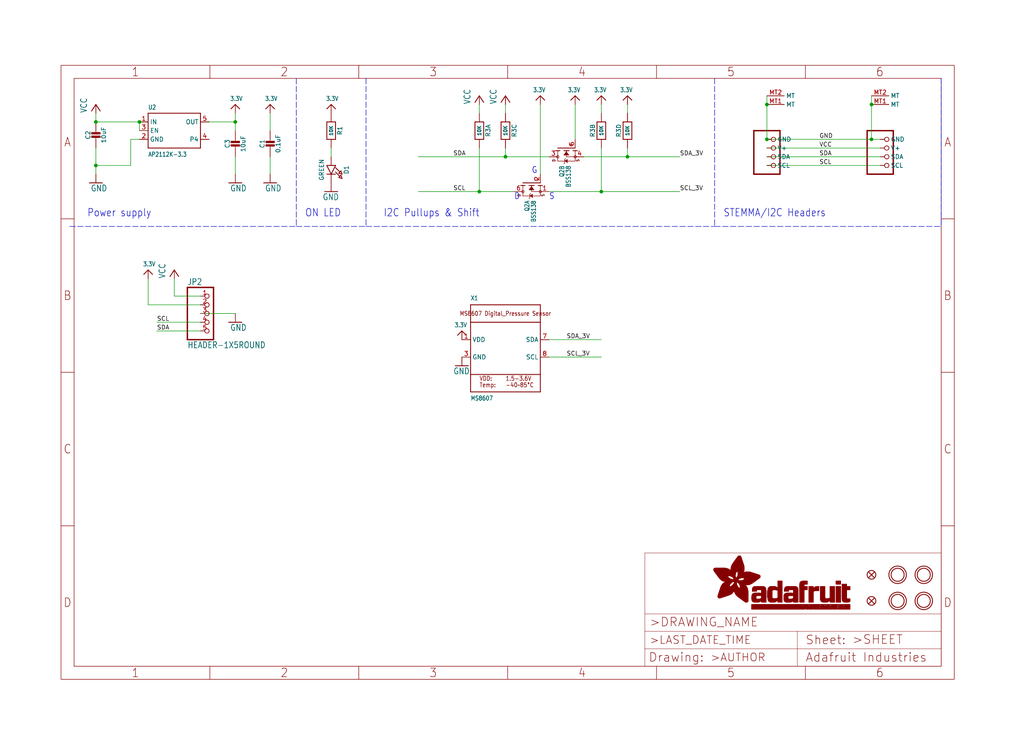
<source format=kicad_sch>
(kicad_sch (version 20211123) (generator eeschema)
  (paper "User" 298.45 217.881)
  (lib_symbols
    (symbol "Adafruit MS8607-eagle-import:3.3V" (power)
      (property "Value" "3.3V" (at -1.524 1.016 0))
      (symbol "3.3V_1_0"
        (pin power_in line (at 0 -2.54 90) (length 2.54) (name "3.3V") (number "1"))
      )
    )
    (symbol "Adafruit MS8607-eagle-import:CAP_CERAMIC0603_NO"
      (property "Reference" "C" (at -2.29 1.25 90))
      (property "Value" "CAP_CERAMIC0603_NO" (at 2.3 1.25 90))
      (symbol "CAP_CERAMIC0603_NO_1_0"
        (pin passive line (at 0 5.08 270) (length 2.54) (name "1") (number "1"))
        (pin passive line (at 0 -2.54 90) (length 2.54) (name "2") (number "2"))
      )
    )
    (symbol "Adafruit MS8607-eagle-import:CAP_CERAMIC0805-NOOUTLINE"
      (property "Reference" "C" (at -2.29 1.25 90))
      (property "Value" "CAP_CERAMIC0805-NOOUTLINE" (at 2.3 1.25 90))
      (symbol "CAP_CERAMIC0805-NOOUTLINE_1_0"
        (pin passive line (at 0 5.08 270) (length 2.54) (name "1") (number "1"))
        (pin passive line (at 0 -2.54 90) (length 2.54) (name "2") (number "2"))
      )
    )
    (symbol "Adafruit MS8607-eagle-import:FIDUCIAL_1MM")
    (symbol "Adafruit MS8607-eagle-import:FRAME_A4_ADAFRUIT"
      (symbol "FRAME_A4_ADAFRUIT_1_0"
        (text "1" (at 21.6958 1.905 0) (effects (font (size 2.54 2.286))))
        (text "1" (at 21.6958 177.165 0) (effects (font (size 2.54 2.286))))
        (text "2" (at 65.0875 1.905 0) (effects (font (size 2.54 2.286))))
        (text "2" (at 65.0875 177.165 0) (effects (font (size 2.54 2.286))))
        (text "3" (at 108.4792 1.905 0) (effects (font (size 2.54 2.286))))
        (text "3" (at 108.4792 177.165 0) (effects (font (size 2.54 2.286))))
        (text "4" (at 151.8708 1.905 0) (effects (font (size 2.54 2.286))))
        (text "4" (at 151.8708 177.165 0) (effects (font (size 2.54 2.286))))
        (text "5" (at 195.2625 1.905 0) (effects (font (size 2.54 2.286))))
        (text "5" (at 195.2625 177.165 0) (effects (font (size 2.54 2.286))))
        (text "6" (at 238.6542 1.905 0) (effects (font (size 2.54 2.286))))
        (text "6" (at 238.6542 177.165 0) (effects (font (size 2.54 2.286))))
        (text ">AUTHOR" (at 189.23 5.08 0) (effects (font (size 2.286 2.286)) (justify left bottom)))
        (text ">DRAWING_NAME" (at 171.45 15.24 0) (effects (font (size 2.54 2.54)) (justify left bottom)))
        (text ">LAST_DATE_TIME" (at 171.45 10.16 0) (effects (font (size 2.286 2.286)) (justify left bottom)))
        (text ">SHEET" (at 230.505 10.16 0) (effects (font (size 2.54 2.54)) (justify left bottom)))
        (text "A" (at 1.905 156.6863 0) (effects (font (size 2.54 2.286))))
        (text "A" (at 258.445 156.6863 0) (effects (font (size 2.54 2.286))))
        (text "Adafruit Industries" (at 216.916 4.953 0) (effects (font (size 2.54 2.54)) (justify left bottom)))
        (text "B" (at 1.905 111.9188 0) (effects (font (size 2.54 2.286))))
        (text "B" (at 258.445 111.9188 0) (effects (font (size 2.54 2.286))))
        (text "C" (at 1.905 67.1513 0) (effects (font (size 2.54 2.286))))
        (text "C" (at 258.445 67.1513 0) (effects (font (size 2.54 2.286))))
        (text "D" (at 1.905 22.3838 0) (effects (font (size 2.54 2.286))))
        (text "D" (at 258.445 22.3838 0) (effects (font (size 2.54 2.286))))
        (text "Drawing:" (at 171.196 4.953 0) (effects (font (size 2.54 2.54)) (justify left bottom)))
        (text "Sheet:" (at 216.916 10.033 0) (effects (font (size 2.54 2.54)) (justify left bottom)))
      )
    )
    (symbol "Adafruit MS8607-eagle-import:GND" (power)
      (property "Value" "GND" (at -2.54 -2.54 0))
      (symbol "GND_1_0"
        (pin power_in line (at 0 2.54 270) (length 2.54) (name "GND") (number "1"))
      )
    )
    (symbol "Adafruit MS8607-eagle-import:HEADER-1X5ROUND"
      (property "Reference" "JP" (at -6.35 8.255 0))
      (property "Value" "HEADER-1X5ROUND" (at -6.35 -10.16 0))
      (symbol "HEADER-1X5ROUND_1_0"
        (pin passive inverted (at -2.54 5.08 0) (length 2.54) (name "1") (number "1"))
        (pin passive inverted (at -2.54 2.54 0) (length 2.54) (name "2") (number "2"))
        (pin passive inverted (at -2.54 0 0) (length 2.54) (name "3") (number "3"))
        (pin passive inverted (at -2.54 -2.54 0) (length 2.54) (name "4") (number "4"))
        (pin passive inverted (at -2.54 -5.08 0) (length 2.54) (name "5") (number "5"))
      )
    )
    (symbol "Adafruit MS8607-eagle-import:LED0603_NOOUTLINE"
      (property "Reference" "D" (at -1.27 4.445 0))
      (property "Value" "LED0603_NOOUTLINE" (at -1.27 -2.794 0))
      (symbol "LED0603_NOOUTLINE_1_0"
        (pin passive line (at -5.08 0 0) (length 2.54) (name "A") (number "A"))
        (pin passive line (at 2.54 0 180) (length 2.54) (name "C") (number "C"))
      )
    )
    (symbol "Adafruit MS8607-eagle-import:MOSFET-N_DUAL"
      (property "Reference" "Q" (at 5.08 0.635 0))
      (property "Value" "MOSFET-N_DUAL" (at 5.08 -1.27 0))
      (symbol "MOSFET-N_DUAL_1_0"
        (text "D" (at 3.175 3.175 0) (effects (font (size 0.8128 0.6908)) (justify left bottom)))
        (text "G" (at -1.27 -1.905 0) (effects (font (size 0.8128 0.6908)) (justify left bottom)))
        (text "S" (at 3.175 -3.81 0) (effects (font (size 0.8128 0.6908)) (justify left bottom)))
        (pin bidirectional line (at 2.54 -5.08 90) (length 2.54) (name "S") (number "1"))
        (pin bidirectional line (at -2.54 -2.54 0) (length 2.54) (name "G") (number "2"))
        (pin bidirectional line (at 2.54 5.08 270) (length 2.54) (name "D") (number "6"))
      )
      (symbol "MOSFET-N_DUAL_2_0"
        (text "D" (at 3.175 3.175 0) (effects (font (size 0.8128 0.6908)) (justify left bottom)))
        (text "G" (at -1.27 -1.905 0) (effects (font (size 0.8128 0.6908)) (justify left bottom)))
        (text "S" (at 3.175 -3.81 0) (effects (font (size 0.8128 0.6908)) (justify left bottom)))
        (pin bidirectional line (at 2.54 5.08 270) (length 2.54) (name "D") (number "3"))
        (pin bidirectional line (at 2.54 -5.08 90) (length 2.54) (name "S") (number "4"))
        (pin bidirectional line (at -2.54 -2.54 0) (length 2.54) (name "G") (number "5"))
      )
    )
    (symbol "Adafruit MS8607-eagle-import:MOUNTINGHOLE2.5")
    (symbol "Adafruit MS8607-eagle-import:MS8607"
      (property "Reference" "X" (at -10.16 13.97 0))
      (property "Value" "MS8607" (at -10.16 -15.24 0))
      (symbol "MS8607_1_0"
        (text "-40~85°C" (at 0 -11.43 0) (effects (font (size 1.27 1.0795)) (justify left bottom)))
        (text "1.5-3.6V" (at 0 -9.525 0) (effects (font (size 1.27 1.0795)) (justify left bottom)))
        (text "MS8607 Digital_Pressure Sensor" (at 0 10.16 0) (effects (font (size 1.27 1.0795))))
        (text "Temp:" (at -7.62 -11.43 0) (effects (font (size 1.27 1.0795)) (justify left bottom)))
        (text "VDD:" (at -7.62 -9.525 0) (effects (font (size 1.27 1.0795)) (justify left bottom)))
        (pin power_in line (at -12.7 2.54 0) (length 2.54) (name "VDD") (number "1"))
        (pin power_in line (at -12.7 -2.54 0) (length 2.54) (name "GND") (number "3"))
        (pin bidirectional line (at 12.7 2.54 180) (length 2.54) (name "SDA") (number "7"))
        (pin bidirectional line (at 12.7 -2.54 180) (length 2.54) (name "SCL") (number "8"))
      )
    )
    (symbol "Adafruit MS8607-eagle-import:RESISTOR_0603_NOOUT"
      (property "Reference" "R" (at 0 2.54 0))
      (property "Value" "RESISTOR_0603_NOOUT" (at 0 0 0))
      (symbol "RESISTOR_0603_NOOUT_1_0"
        (pin passive line (at -5.08 0 0) (length 2.54) (name "1") (number "1"))
        (pin passive line (at 5.08 0 180) (length 2.54) (name "2") (number "2"))
      )
    )
    (symbol "Adafruit MS8607-eagle-import:RESISTOR_4PACK"
      (property "Reference" "R" (at 0 2.54 0))
      (property "Value" "RESISTOR_4PACK" (at 0 0 0))
      (symbol "RESISTOR_4PACK_1_0"
        (pin passive line (at -5.08 0 0) (length 2.54) (name "1") (number "1"))
        (pin passive line (at 5.08 0 180) (length 2.54) (name "2") (number "8"))
      )
      (symbol "RESISTOR_4PACK_2_0"
        (pin passive line (at -5.08 0 0) (length 2.54) (name "1") (number "2"))
        (pin passive line (at 5.08 0 180) (length 2.54) (name "2") (number "7"))
      )
      (symbol "RESISTOR_4PACK_3_0"
        (pin passive line (at -5.08 0 0) (length 2.54) (name "1") (number "3"))
        (pin passive line (at 5.08 0 180) (length 2.54) (name "2") (number "6"))
      )
      (symbol "RESISTOR_4PACK_4_0"
        (pin passive line (at -5.08 0 0) (length 2.54) (name "1") (number "4"))
        (pin passive line (at 5.08 0 180) (length 2.54) (name "2") (number "5"))
      )
    )
    (symbol "Adafruit MS8607-eagle-import:STEMMA_I2C_QT"
      (symbol "STEMMA_I2C_QT_1_0"
        (pin passive inverted (at 0 5.08 0) (length 2.54) (name "GND") (number "1"))
        (pin passive inverted (at 0 2.54 0) (length 2.54) (name "V+") (number "2"))
        (pin passive inverted (at 0 0 0) (length 2.54) (name "SDA") (number "3"))
        (pin passive inverted (at 0 -2.54 0) (length 2.54) (name "SCL") (number "4"))
      )
      (symbol "STEMMA_I2C_QT_2_0"
        (pin bidirectional line (at 0 0 0) (length 5.08) (name "MT") (number "MT1"))
      )
      (symbol "STEMMA_I2C_QT_3_0"
        (pin bidirectional line (at 0 0 0) (length 5.08) (name "MT") (number "MT2"))
      )
    )
    (symbol "Adafruit MS8607-eagle-import:VCC" (power)
      (property "Value" "VCC" (at -2.54 -2.54 90))
      (symbol "VCC_1_0"
        (pin power_in line (at 0 -2.54 90) (length 2.54) (name "VCC") (number "1"))
      )
    )
    (symbol "Adafruit MS8607-eagle-import:VREG_SOT23-5"
      (property "Reference" "U" (at -7.62 6.096 0))
      (property "Value" "VREG_SOT23-5" (at -7.62 -7.62 0))
      (symbol "VREG_SOT23-5_1_0"
        (pin power_in line (at -10.16 2.54 0) (length 2.54) (name "IN") (number "1"))
        (pin power_in line (at -10.16 -2.54 0) (length 2.54) (name "GND") (number "2"))
        (pin input line (at -10.16 0 0) (length 2.54) (name "EN") (number "3"))
        (pin bidirectional line (at 10.16 -2.54 180) (length 2.54) (name "P4") (number "4"))
        (pin power_in line (at 10.16 2.54 180) (length 2.54) (name "OUT") (number "5"))
      )
    )
  )
  (junction (at 182.88 45.72))
  (junction (at 27.94 48.26))
  (junction (at 223.52 30.48))
  (junction (at 68.58 35.56))
  (junction (at 139.7 55.88))
  (junction (at 147.32 45.72))
  (junction (at 27.94 35.56))
  (junction (at 175.26 55.88))
  (junction (at 40.64 35.56))
  (junction (at 254 30.48))
  (junction (at 223.52 40.64))
  (junction (at 254 40.64))
  (wire (pts (xy 58.42 96.52) (xy 45.72 96.52)))
  (wire (pts (xy 27.94 33.02) (xy 27.94 35.56)))
  (polyline (pts (xy 208.28 66.04) (xy 274.32 66.04)))
  (polyline (pts (xy 20.32 66.04) (xy 86.36 66.04)))
  (wire (pts (xy 147.32 33.02) (xy 147.32 30.48)))
  (wire (pts (xy 43.18 88.9) (xy 43.18 81.28)))
  (polyline (pts (xy 86.36 22.86) (xy 86.36 66.04)))
  (wire (pts (xy 175.26 33.02) (xy 175.26 30.48)))
  (wire (pts (xy 40.64 38.1) (xy 40.64 35.56)))
  (wire (pts (xy 40.64 40.64) (xy 38.1 40.64)))
  (wire (pts (xy 68.58 35.56) (xy 68.58 38.1)))
  (wire (pts (xy 160.02 55.88) (xy 175.26 55.88)))
  (wire (pts (xy 175.26 55.88) (xy 198.12 55.88)))
  (wire (pts (xy 149.86 55.88) (xy 139.7 55.88)))
  (wire (pts (xy 68.58 45.72) (xy 68.58 50.8)))
  (wire (pts (xy 78.74 33.02) (xy 78.74 38.1)))
  (polyline (pts (xy 86.36 66.04) (xy 106.68 66.04)))
  (wire (pts (xy 254 40.64) (xy 223.52 40.64)))
  (wire (pts (xy 223.52 48.26) (xy 256.54 48.26)))
  (wire (pts (xy 157.48 50.8) (xy 157.48 30.48)))
  (wire (pts (xy 147.32 43.18) (xy 147.32 45.72)))
  (wire (pts (xy 96.52 45.72) (xy 96.52 43.18)))
  (wire (pts (xy 223.52 43.18) (xy 256.54 43.18)))
  (polyline (pts (xy 106.68 22.86) (xy 106.68 66.04)))
  (wire (pts (xy 182.88 33.02) (xy 182.88 30.48)))
  (wire (pts (xy 182.88 45.72) (xy 198.12 45.72)))
  (wire (pts (xy 256.54 45.72) (xy 223.52 45.72)))
  (wire (pts (xy 160.02 45.72) (xy 147.32 45.72)))
  (wire (pts (xy 223.52 30.48) (xy 223.52 40.64)))
  (wire (pts (xy 147.32 45.72) (xy 121.92 45.72)))
  (wire (pts (xy 139.7 55.88) (xy 121.92 55.88)))
  (polyline (pts (xy 274.32 22.86) (xy 274.32 66.04)))
  (wire (pts (xy 139.7 43.18) (xy 139.7 55.88)))
  (wire (pts (xy 58.42 88.9) (xy 43.18 88.9)))
  (wire (pts (xy 170.18 45.72) (xy 182.88 45.72)))
  (wire (pts (xy 182.88 43.18) (xy 182.88 45.72)))
  (wire (pts (xy 254 30.48) (xy 254 40.64)))
  (wire (pts (xy 256.54 40.64) (xy 254 40.64)))
  (polyline (pts (xy 208.28 22.86) (xy 208.28 66.04)))
  (wire (pts (xy 254 27.94) (xy 254 30.48)))
  (polyline (pts (xy 106.68 66.04) (xy 208.28 66.04)))
  (wire (pts (xy 27.94 48.26) (xy 27.94 43.18)))
  (wire (pts (xy 78.74 45.72) (xy 78.74 50.8)))
  (wire (pts (xy 50.8 86.36) (xy 50.8 81.28)))
  (wire (pts (xy 58.42 86.36) (xy 50.8 86.36)))
  (wire (pts (xy 60.96 35.56) (xy 68.58 35.56)))
  (wire (pts (xy 175.26 43.18) (xy 175.26 55.88)))
  (wire (pts (xy 167.64 40.64) (xy 167.64 30.48)))
  (wire (pts (xy 58.42 93.98) (xy 45.72 93.98)))
  (wire (pts (xy 38.1 48.26) (xy 27.94 48.26)))
  (wire (pts (xy 58.42 91.44) (xy 68.58 91.44)))
  (wire (pts (xy 160.02 104.14) (xy 175.26 104.14)))
  (wire (pts (xy 223.52 27.94) (xy 223.52 30.48)))
  (wire (pts (xy 68.58 35.56) (xy 68.58 33.02)))
  (wire (pts (xy 38.1 40.64) (xy 38.1 48.26)))
  (wire (pts (xy 160.02 99.06) (xy 175.26 99.06)))
  (wire (pts (xy 27.94 48.26) (xy 27.94 50.8)))
  (wire (pts (xy 139.7 30.48) (xy 139.7 33.02)))
  (wire (pts (xy 40.64 35.56) (xy 27.94 35.56)))
  (text "Power supply" (at 25.4 63.5 180) (effects (font (size 2.1844 1.8567)) (justify left bottom)))
  (text "D" (at 149.86 58.42 180) (effects (font (size 1.778 1.5113)) (justify left bottom)))
  (text "STEMMA/I2C Headers" (at 210.82 63.5 180) (effects (font (size 2.1844 1.8567)) (justify left bottom)))
  (text "ON LED" (at 88.9 63.5 180) (effects (font (size 2.1844 1.8567)) (justify left bottom)))
  (text "I2C Pullups & Shift" (at 111.76 63.5 180) (effects (font (size 2.1844 1.8567)) (justify left bottom)))
  (text "G" (at 154.94 50.8 180) (effects (font (size 1.778 1.5113)) (justify left bottom)))
  (text "S" (at 160.02 58.42 180) (effects (font (size 1.778 1.5113)) (justify left bottom)))
  (label "SDA" (at 132.08 45.72 0) (effects (font (size 1.2446 1.2446))))
  (label "VCC" (at 238.76 43.18 0) (effects (font (size 1.2446 1.2446))))
  (label "SDA_3V" (at 198.12 45.72 0) (effects (font (size 1.2446 1.2446))))
  (label "GND" (at 238.76 40.64 0) (effects (font (size 1.2446 1.2446))))
  (label "SCL_3V" (at 198.12 55.88 0) (effects (font (size 1.2446 1.2446))))
  (label "SDA" (at 45.72 96.52 0) (effects (font (size 1.2446 1.2446))))
  (label "SDA" (at 238.76 45.72 0) (effects (font (size 1.2446 1.2446))))
  (label "SCL" (at 132.08 55.88 0) (effects (font (size 1.2446 1.2446))))
  (label "SCL" (at 45.72 93.98 0) (effects (font (size 1.2446 1.2446))))
  (label "SCL_3V" (at 165.1 104.14 0) (effects (font (size 1.2446 1.2446))))
  (label "SDA_3V" (at 165.1 99.06 0) (effects (font (size 1.2446 1.2446))))
  (label "SCL" (at 238.76 48.26 0) (effects (font (size 1.2446 1.2446))))
  (symbol (lib_id "Adafruit MS8607-eagle-import:MS8607") (at 147.32 101.6 0) (unit 1)
    (property "Reference" "X1" (at 137.16 87.63 0) (effects (font (size 1.27 1.0795)) (justify left bottom)))
    (property "Value" "MS8607" (at 137.16 116.84 0) (effects (font (size 1.27 1.0795)) (justify left bottom)))
    (property "Footprint" "Adafruit MS8607:MS8607" (effects hide))
  )
  (symbol (lib_id "Adafruit MS8607-eagle-import:GND") (at 27.94 53.34 0) (unit 1)
    (property "Reference" "#U$13" (effects hide))
    (property "Value" "GND" (at 26.416 55.88 0) (effects (font (size 1.778 1.5113)) (justify left bottom)))
    (property "Footprint" "Adafruit MS8607:" (effects hide))
  )
  (symbol (lib_id "Adafruit MS8607-eagle-import:3.3V") (at 96.52 30.48 0) (unit 1)
    (property "Reference" "#U$3" (effects hide))
    (property "Value" "3.3V" (at 94.996 29.464 0) (effects (font (size 1.27 1.0795)) (justify left bottom)))
    (property "Footprint" "Adafruit MS8607:" (effects hide))
  )
  (symbol (lib_id "Adafruit MS8607-eagle-import:MOUNTINGHOLE2.5") (at 269.24 167.64 0) (unit 1)
    (property "Reference" "U$19" (effects hide))
    (property "Value" "MOUNTINGHOLE2.5" (effects hide))
    (property "Footprint" "Adafruit MS8607:MOUNTINGHOLE_2.5_PLATED" (effects hide))
  )
  (symbol (lib_id "Adafruit MS8607-eagle-import:GND") (at 68.58 53.34 0) (unit 1)
    (property "Reference" "#U$5" (effects hide))
    (property "Value" "GND" (at 67.056 55.88 0) (effects (font (size 1.778 1.5113)) (justify left bottom)))
    (property "Footprint" "Adafruit MS8607:" (effects hide))
  )
  (symbol (lib_id "Adafruit MS8607-eagle-import:GND") (at 78.74 53.34 0) (unit 1)
    (property "Reference" "#U$6" (effects hide))
    (property "Value" "GND" (at 77.216 55.88 0) (effects (font (size 1.778 1.5113)) (justify left bottom)))
    (property "Footprint" "Adafruit MS8607:" (effects hide))
  )
  (symbol (lib_id "Adafruit MS8607-eagle-import:MOSFET-N_DUAL") (at 154.94 53.34 90) (mirror x) (unit 1)
    (property "Reference" "Q2" (at 154.305 58.42 0) (effects (font (size 1.27 1.0795)) (justify left bottom)))
    (property "Value" "BSS138" (at 156.21 58.42 0) (effects (font (size 1.27 1.0795)) (justify left bottom)))
    (property "Footprint" "Adafruit MS8607:SOT363" (effects hide))
  )
  (symbol (lib_id "Adafruit MS8607-eagle-import:VCC") (at 50.8 78.74 0) (unit 1)
    (property "Reference" "#P+4" (effects hide))
    (property "Value" "VCC" (at 48.26 81.28 90) (effects (font (size 1.778 1.5113)) (justify left bottom)))
    (property "Footprint" "Adafruit MS8607:" (effects hide))
  )
  (symbol (lib_id "Adafruit MS8607-eagle-import:CAP_CERAMIC0603_NO") (at 78.74 43.18 0) (unit 1)
    (property "Reference" "C1" (at 76.45 41.93 90))
    (property "Value" "0.1uF" (at 81.04 41.93 90))
    (property "Footprint" "Adafruit MS8607:0603-NO" (effects hide))
  )
  (symbol (lib_id "Adafruit MS8607-eagle-import:3.3V") (at 78.74 30.48 0) (unit 1)
    (property "Reference" "#U$14" (effects hide))
    (property "Value" "3.3V" (at 77.216 29.464 0) (effects (font (size 1.27 1.0795)) (justify left bottom)))
    (property "Footprint" "Adafruit MS8607:" (effects hide))
  )
  (symbol (lib_id "Adafruit MS8607-eagle-import:3.3V") (at 175.26 27.94 0) (mirror y) (unit 1)
    (property "Reference" "#U$24" (effects hide))
    (property "Value" "3.3V" (at 176.784 26.924 0) (effects (font (size 1.27 1.0795)) (justify left bottom)))
    (property "Footprint" "Adafruit MS8607:" (effects hide))
  )
  (symbol (lib_id "Adafruit MS8607-eagle-import:CAP_CERAMIC0805-NOOUTLINE") (at 68.58 43.18 0) (unit 1)
    (property "Reference" "C3" (at 66.29 41.93 90))
    (property "Value" "10uF" (at 70.88 41.93 90))
    (property "Footprint" "Adafruit MS8607:0805-NO" (effects hide))
  )
  (symbol (lib_id "Adafruit MS8607-eagle-import:STEMMA_I2C_QT") (at 223.52 27.94 0) (unit 3)
    (property "Reference" "CONN3" (effects hide))
    (property "Value" "STEMMA_I2C_QT" (effects hide))
    (property "Footprint" "Adafruit MS8607:JST_SH4" (effects hide))
  )
  (symbol (lib_id "Adafruit MS8607-eagle-import:3.3V") (at 68.58 30.48 0) (unit 1)
    (property "Reference" "#U$15" (effects hide))
    (property "Value" "3.3V" (at 67.056 29.464 0) (effects (font (size 1.27 1.0795)) (justify left bottom)))
    (property "Footprint" "Adafruit MS8607:" (effects hide))
  )
  (symbol (lib_id "Adafruit MS8607-eagle-import:FRAME_A4_ADAFRUIT") (at 17.78 198.12 0) (unit 1)
    (property "Reference" "#U$18" (effects hide))
    (property "Value" "FRAME_A4_ADAFRUIT" (effects hide))
    (property "Footprint" "Adafruit MS8607:" (effects hide))
  )
  (symbol (lib_id "Adafruit MS8607-eagle-import:3.3V") (at 43.18 78.74 0) (unit 1)
    (property "Reference" "#U$16" (effects hide))
    (property "Value" "3.3V" (at 41.656 77.724 0) (effects (font (size 1.27 1.0795)) (justify left bottom)))
    (property "Footprint" "Adafruit MS8607:" (effects hide))
  )
  (symbol (lib_id "Adafruit MS8607-eagle-import:VCC") (at 139.7 27.94 0) (unit 1)
    (property "Reference" "#P+1" (effects hide))
    (property "Value" "VCC" (at 137.16 30.48 90) (effects (font (size 1.778 1.5113)) (justify left bottom)))
    (property "Footprint" "Adafruit MS8607:" (effects hide))
  )
  (symbol (lib_id "Adafruit MS8607-eagle-import:GND") (at 68.58 93.98 0) (unit 1)
    (property "Reference" "#U$10" (effects hide))
    (property "Value" "GND" (at 67.056 96.52 0) (effects (font (size 1.778 1.5113)) (justify left bottom)))
    (property "Footprint" "Adafruit MS8607:" (effects hide))
  )
  (symbol (lib_id "Adafruit MS8607-eagle-import:STEMMA_I2C_QT") (at 254 30.48 0) (unit 2)
    (property "Reference" "CONN4" (effects hide))
    (property "Value" "STEMMA_I2C_QT" (effects hide))
    (property "Footprint" "Adafruit MS8607:JST_SH4" (effects hide))
  )
  (symbol (lib_id "Adafruit MS8607-eagle-import:RESISTOR_4PACK") (at 139.7 38.1 270) (unit 1)
    (property "Reference" "R3" (at 142.24 38.1 0))
    (property "Value" "10K" (at 139.7 38.1 0) (effects (font (size 1.016 1.016) bold)))
    (property "Footprint" "Adafruit MS8607:RESPACK_4X0603" (effects hide))
  )
  (symbol (lib_id "Adafruit MS8607-eagle-import:3.3V") (at 167.64 27.94 0) (mirror y) (unit 1)
    (property "Reference" "#U$23" (effects hide))
    (property "Value" "3.3V" (at 169.164 26.924 0) (effects (font (size 1.27 1.0795)) (justify left bottom)))
    (property "Footprint" "Adafruit MS8607:" (effects hide))
  )
  (symbol (lib_id "Adafruit MS8607-eagle-import:RESISTOR_4PACK") (at 182.88 38.1 90) (mirror x) (unit 4)
    (property "Reference" "R3" (at 180.34 38.1 0))
    (property "Value" "10K" (at 182.88 38.1 0) (effects (font (size 1.016 1.016) bold)))
    (property "Footprint" "Adafruit MS8607:RESPACK_4X0603" (effects hide))
  )
  (symbol (lib_id "Adafruit MS8607-eagle-import:VCC") (at 147.32 27.94 0) (unit 1)
    (property "Reference" "#P+2" (effects hide))
    (property "Value" "VCC" (at 144.78 30.48 90) (effects (font (size 1.778 1.5113)) (justify left bottom)))
    (property "Footprint" "Adafruit MS8607:" (effects hide))
  )
  (symbol (lib_id "Adafruit MS8607-eagle-import:RESISTOR_0603_NOOUT") (at 96.52 38.1 270) (unit 1)
    (property "Reference" "R1" (at 99.06 38.1 0))
    (property "Value" "10K" (at 96.52 38.1 0) (effects (font (size 1.016 1.016) bold)))
    (property "Footprint" "Adafruit MS8607:0603-NO" (effects hide))
  )
  (symbol (lib_id "Adafruit MS8607-eagle-import:MOUNTINGHOLE2.5") (at 261.62 175.26 0) (unit 1)
    (property "Reference" "U$1" (effects hide))
    (property "Value" "MOUNTINGHOLE2.5" (effects hide))
    (property "Footprint" "Adafruit MS8607:MOUNTINGHOLE_2.5_PLATED" (effects hide))
  )
  (symbol (lib_id "Adafruit MS8607-eagle-import:FIDUCIAL_1MM") (at 254 175.26 0) (unit 1)
    (property "Reference" "FID3" (effects hide))
    (property "Value" "FIDUCIAL_1MM" (effects hide))
    (property "Footprint" "Adafruit MS8607:FIDUCIAL_1MM" (effects hide))
  )
  (symbol (lib_id "Adafruit MS8607-eagle-import:FIDUCIAL_1MM") (at 254 167.64 0) (unit 1)
    (property "Reference" "FID4" (effects hide))
    (property "Value" "FIDUCIAL_1MM" (effects hide))
    (property "Footprint" "Adafruit MS8607:FIDUCIAL_1MM" (effects hide))
  )
  (symbol (lib_id "Adafruit MS8607-eagle-import:STEMMA_I2C_QT") (at 256.54 45.72 0) (unit 1)
    (property "Reference" "CONN4" (effects hide))
    (property "Value" "STEMMA_I2C_QT" (effects hide))
    (property "Footprint" "Adafruit MS8607:JST_SH4" (effects hide))
  )
  (symbol (lib_id "Adafruit MS8607-eagle-import:3.3V") (at 134.62 96.52 0) (mirror y) (unit 1)
    (property "Reference" "#U$2" (effects hide))
    (property "Value" "3.3V" (at 136.144 95.504 0) (effects (font (size 1.27 1.0795)) (justify left bottom)))
    (property "Footprint" "Adafruit MS8607:" (effects hide))
  )
  (symbol (lib_id "Adafruit MS8607-eagle-import:MOSFET-N_DUAL") (at 165.1 43.18 90) (mirror x) (unit 2)
    (property "Reference" "Q2" (at 164.465 48.26 0) (effects (font (size 1.27 1.0795)) (justify left bottom)))
    (property "Value" "BSS138" (at 166.37 48.26 0) (effects (font (size 1.27 1.0795)) (justify left bottom)))
    (property "Footprint" "Adafruit MS8607:SOT363" (effects hide))
  )
  (symbol (lib_id "Adafruit MS8607-eagle-import:CAP_CERAMIC0805-NOOUTLINE") (at 27.94 40.64 0) (unit 1)
    (property "Reference" "C2" (at 25.65 39.39 90))
    (property "Value" "10uF" (at 30.24 39.39 90))
    (property "Footprint" "Adafruit MS8607:0805-NO" (effects hide))
  )
  (symbol (lib_id "Adafruit MS8607-eagle-import:LED0603_NOOUTLINE") (at 96.52 50.8 270) (unit 1)
    (property "Reference" "D1" (at 100.965 49.53 0))
    (property "Value" "GREEN" (at 93.726 49.53 0))
    (property "Footprint" "Adafruit MS8607:CHIPLED_0603_NOOUTLINE" (effects hide))
  )
  (symbol (lib_id "Adafruit MS8607-eagle-import:MOUNTINGHOLE2.5") (at 261.62 167.64 0) (unit 1)
    (property "Reference" "U$17" (effects hide))
    (property "Value" "MOUNTINGHOLE2.5" (effects hide))
    (property "Footprint" "Adafruit MS8607:MOUNTINGHOLE_2.5_PLATED" (effects hide))
  )
  (symbol (lib_id "Adafruit MS8607-eagle-import:GND") (at 96.52 55.88 0) (unit 1)
    (property "Reference" "#GND6" (effects hide))
    (property "Value" "GND" (at 93.98 58.42 0) (effects (font (size 1.778 1.5113)) (justify left bottom)))
    (property "Footprint" "Adafruit MS8607:" (effects hide))
  )
  (symbol (lib_id "Adafruit MS8607-eagle-import:STEMMA_I2C_QT") (at 254 27.94 0) (unit 3)
    (property "Reference" "CONN4" (effects hide))
    (property "Value" "STEMMA_I2C_QT" (effects hide))
    (property "Footprint" "Adafruit MS8607:JST_SH4" (effects hide))
  )
  (symbol (lib_id "Adafruit MS8607-eagle-import:RESISTOR_4PACK") (at 147.32 38.1 270) (unit 3)
    (property "Reference" "R3" (at 149.86 38.1 0))
    (property "Value" "10K" (at 147.32 38.1 0) (effects (font (size 1.016 1.016) bold)))
    (property "Footprint" "Adafruit MS8607:RESPACK_4X0603" (effects hide))
  )
  (symbol (lib_id "Adafruit MS8607-eagle-import:VCC") (at 27.94 30.48 0) (unit 1)
    (property "Reference" "#P+3" (effects hide))
    (property "Value" "VCC" (at 25.4 33.02 90) (effects (font (size 1.778 1.5113)) (justify left bottom)))
    (property "Footprint" "Adafruit MS8607:" (effects hide))
  )
  (symbol (lib_id "Adafruit MS8607-eagle-import:STEMMA_I2C_QT") (at 223.52 45.72 0) (unit 1)
    (property "Reference" "CONN3" (effects hide))
    (property "Value" "STEMMA_I2C_QT" (effects hide))
    (property "Footprint" "Adafruit MS8607:JST_SH4" (effects hide))
  )
  (symbol (lib_id "Adafruit MS8607-eagle-import:RESISTOR_4PACK") (at 175.26 38.1 90) (mirror x) (unit 2)
    (property "Reference" "R3" (at 172.72 38.1 0))
    (property "Value" "10K" (at 175.26 38.1 0) (effects (font (size 1.016 1.016) bold)))
    (property "Footprint" "Adafruit MS8607:RESPACK_4X0603" (effects hide))
  )
  (symbol (lib_id "Adafruit MS8607-eagle-import:3.3V") (at 157.48 27.94 0) (mirror y) (unit 1)
    (property "Reference" "#U$26" (effects hide))
    (property "Value" "3.3V" (at 159.004 26.924 0) (effects (font (size 1.27 1.0795)) (justify left bottom)))
    (property "Footprint" "Adafruit MS8607:" (effects hide))
  )
  (symbol (lib_id "Adafruit MS8607-eagle-import:3.3V") (at 182.88 27.94 0) (mirror y) (unit 1)
    (property "Reference" "#U$7" (effects hide))
    (property "Value" "3.3V" (at 184.404 26.924 0) (effects (font (size 1.27 1.0795)) (justify left bottom)))
    (property "Footprint" "Adafruit MS8607:" (effects hide))
  )
  (symbol (lib_id "Adafruit MS8607-eagle-import:VREG_SOT23-5") (at 50.8 38.1 0) (unit 1)
    (property "Reference" "U2" (at 43.18 32.004 0) (effects (font (size 1.27 1.0795)) (justify left bottom)))
    (property "Value" "AP2112K-3.3" (at 43.18 45.72 0) (effects (font (size 1.27 1.0795)) (justify left bottom)))
    (property "Footprint" "Adafruit MS8607:SOT23-5" (effects hide))
  )
  (symbol (lib_id "Adafruit MS8607-eagle-import:MOUNTINGHOLE2.5") (at 269.24 175.26 0) (unit 1)
    (property "Reference" "U$21" (effects hide))
    (property "Value" "MOUNTINGHOLE2.5" (effects hide))
    (property "Footprint" "Adafruit MS8607:MOUNTINGHOLE_2.5_PLATED" (effects hide))
  )
  (symbol (lib_id "Adafruit MS8607-eagle-import:GND") (at 134.62 106.68 0) (unit 1)
    (property "Reference" "#GND1" (effects hide))
    (property "Value" "GND" (at 132.08 109.22 0) (effects (font (size 1.778 1.5113)) (justify left bottom)))
    (property "Footprint" "Adafruit MS8607:" (effects hide))
  )
  (symbol (lib_id "Adafruit MS8607-eagle-import:STEMMA_I2C_QT") (at 223.52 30.48 0) (unit 2)
    (property "Reference" "CONN3" (effects hide))
    (property "Value" "STEMMA_I2C_QT" (effects hide))
    (property "Footprint" "Adafruit MS8607:JST_SH4" (effects hide))
  )
  (symbol (lib_id "Adafruit MS8607-eagle-import:HEADER-1X5ROUND") (at 60.96 91.44 0) (unit 1)
    (property "Reference" "JP2" (at 54.61 83.185 0) (effects (font (size 1.778 1.5113)) (justify left bottom)))
    (property "Value" "HEADER-1X5ROUND" (at 54.61 101.6 0) (effects (font (size 1.778 1.5113)) (justify left bottom)))
    (property "Footprint" "Adafruit MS8607:1X05_ROUND" (effects hide))
  )
)
</source>
